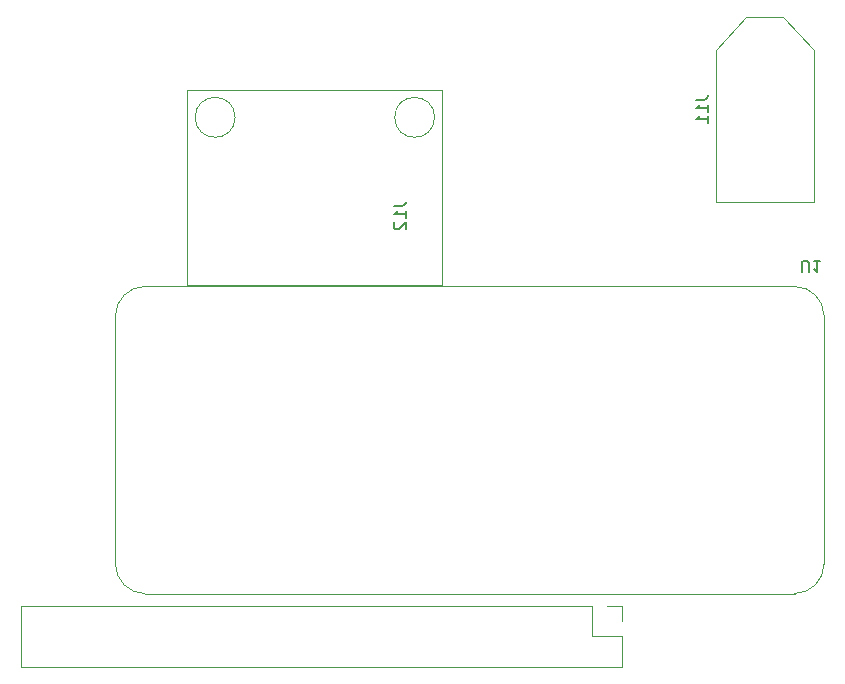
<source format=gbr>
G04 #@! TF.GenerationSoftware,KiCad,Pcbnew,(6.0.1)*
G04 #@! TF.CreationDate,2022-07-27T14:07:59-07:00*
G04 #@! TF.ProjectId,Prime Mover,5072696d-6520-44d6-9f76-65722e6b6963,rev?*
G04 #@! TF.SameCoordinates,Original*
G04 #@! TF.FileFunction,Legend,Bot*
G04 #@! TF.FilePolarity,Positive*
%FSLAX46Y46*%
G04 Gerber Fmt 4.6, Leading zero omitted, Abs format (unit mm)*
G04 Created by KiCad (PCBNEW (6.0.1)) date 2022-07-27 14:07:59*
%MOMM*%
%LPD*%
G01*
G04 APERTURE LIST*
%ADD10C,0.150000*%
%ADD11C,0.120000*%
G04 APERTURE END LIST*
D10*
X16077380Y11809523D02*
X16791666Y11809523D01*
X16934523Y11857142D01*
X17029761Y11952380D01*
X17077380Y12095238D01*
X17077380Y12190476D01*
X17077380Y10809523D02*
X17077380Y11380952D01*
X17077380Y11095238D02*
X16077380Y11095238D01*
X16220238Y11190476D01*
X16315476Y11285714D01*
X16363095Y11380952D01*
X16172619Y10428571D02*
X16125000Y10380952D01*
X16077380Y10285714D01*
X16077380Y10047619D01*
X16125000Y9952380D01*
X16172619Y9904761D01*
X16267857Y9857142D01*
X16363095Y9857142D01*
X16505952Y9904761D01*
X17077380Y10476190D01*
X17077380Y9857142D01*
X50618095Y6192380D02*
X50618095Y7001904D01*
X50665714Y7097142D01*
X50713333Y7144761D01*
X50808571Y7192380D01*
X50999047Y7192380D01*
X51094285Y7144761D01*
X51141904Y7097142D01*
X51189523Y7001904D01*
X51189523Y6192380D01*
X52189523Y7192380D02*
X51618095Y7192380D01*
X51903809Y7192380D02*
X51903809Y6192380D01*
X51808571Y6335238D01*
X51713333Y6430476D01*
X51618095Y6478095D01*
X41652380Y20809523D02*
X42366666Y20809523D01*
X42509523Y20857142D01*
X42604761Y20952380D01*
X42652380Y21095238D01*
X42652380Y21190476D01*
X42652380Y19809523D02*
X42652380Y20380952D01*
X42652380Y20095238D02*
X41652380Y20095238D01*
X41795238Y20190476D01*
X41890476Y20285714D01*
X41938095Y20380952D01*
X42652380Y18857142D02*
X42652380Y19428571D01*
X42652380Y19142857D02*
X41652380Y19142857D01*
X41795238Y19238095D01*
X41890476Y19333333D01*
X41938095Y19428571D01*
D11*
X20180000Y5095000D02*
X20180000Y21605000D01*
X20180000Y5095000D02*
X-1410000Y5095000D01*
X-1410000Y5095000D02*
X-1410000Y21605000D01*
X20180000Y21605000D02*
X-1410000Y21605000D01*
X19519600Y19319000D02*
G75*
G03*
X19519600Y19319000I-1689100J0D01*
G01*
X2628600Y19319000D02*
G75*
G03*
X2628600Y19319000I-1689100J0D01*
G01*
X-5000000Y4999999D02*
G75*
G03*
X-7500000Y2500000I-1J-2499999D01*
G01*
X-7499999Y-18500000D02*
G75*
G03*
X-5000000Y-21000000I2499999J-1D01*
G01*
X52499999Y2500000D02*
G75*
G03*
X50000000Y5000000I-2499999J1D01*
G01*
X50000000Y-20999999D02*
G75*
G03*
X52500000Y-18500000I1J2499999D01*
G01*
X-7500000Y2500000D02*
X-7500000Y-18500000D01*
X52500000Y2500000D02*
X52500000Y-18500000D01*
X50000000Y-21000000D02*
X-5000000Y-21000000D01*
X50000000Y5000000D02*
X-5000000Y5000000D01*
X35410000Y-27220000D02*
X-15510000Y-27220000D01*
X32810000Y-22020000D02*
X-15510000Y-22020000D01*
X35410000Y-27220000D02*
X35410000Y-24620000D01*
X-15510000Y-27220000D02*
X-15510000Y-22020000D01*
X35410000Y-24620000D02*
X32810000Y-24620000D01*
X32810000Y-24620000D02*
X32810000Y-22020000D01*
X35410000Y-23350000D02*
X35410000Y-22020000D01*
X35410000Y-22020000D02*
X34080000Y-22020000D01*
X43350000Y25000000D02*
X45900000Y27850000D01*
X45900000Y27850000D02*
X49050000Y27850000D01*
X49050000Y27850000D02*
X51650000Y25000000D01*
X43350000Y12150000D02*
X43350000Y25000000D01*
X51650000Y12150000D02*
X43350000Y12150000D01*
X51650000Y25000000D02*
X51650000Y12150000D01*
M02*

</source>
